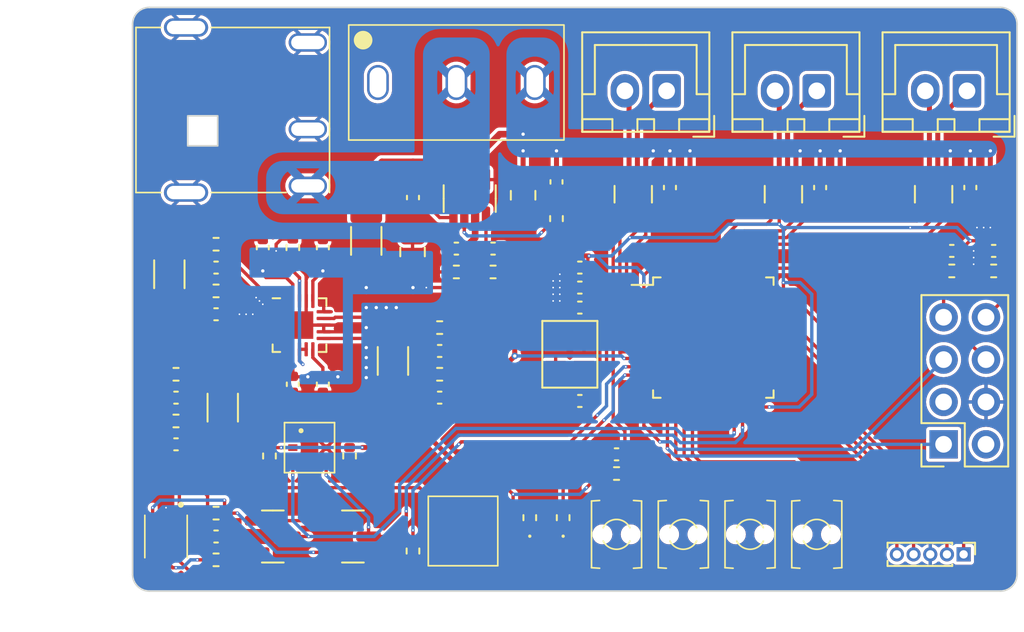
<source format=kicad_pcb>
(kicad_pcb (version 20221018) (generator pcbnew)
  (layers (0 "F.Cu" signal) (31 "B.Cu" signal) (34 "B.Paste" user) (35 "F.Paste" user) (36 "B.SilkS" user "B.Silkscreen") (37 "F.SilkS" user "F.Silkscreen") (38 "B.Mask" user) (39 "F.Mask" user) (44 "Edge.Cuts" user))
  (net 0 "")
  (net 1 "+3V3")
  (net 2 "GND")
  (net 3 "/RESET")
  (net 4 "Net-(U1-PD0)")
  (net 5 "Net-(U1-PD1)")
  (net 6 "+12V")
  (net 7 "+5V")
  (net 8 "+1V8")
  (net 9 "+2V5")
  (net 10 "Net-(D1-K)")
  (net 11 "Net-(D2-K)")
  (net 12 "/ESP_RX")
  (net 15 "/ESP_TX")
  (net 16 "Net-(J1-Pin_6)")
  (net 17 "Net-(J1-Pin_7)")
  (net 18 "/SWDIO")
  (net 19 "/SWCLK")
  (net 20 "/USART1_TX")
  (net 21 "/USART1_RX")
  (net 22 "Net-(J3-Pad1)")
  (net 23 "Net-(J4-Pin_1)")
  (net 24 "Net-(J4-Pin_2)")
  (net 25 "Net-(J5-Pin_1)")
  (net 26 "Net-(J5-Pin_2)")
  (net 27 "Net-(J6-Pin_1)")
  (net 28 "Net-(J6-Pin_2)")
  (net 29 "/传感器模块/SCL1V8")
  (net 30 "/SCL")
  (net 31 "/传感器模块/SDA1V8")
  (net 32 "/SDA")
  (net 33 "/LED0")
  (net 34 "/ADC")
  (net 35 "/KEY0")
  (net 36 "/KEY1")
  (net 37 "/KEY2")
  (net 39 "/ASLEEP")
  (net 40 "/APH")
  (net 48 "/AEN")
  (net 49 "/BSLEEP")
  (net 50 "/BEN")
  (net 51 "/CSLEEP")
  (net 52 "/CEN")
  (net 54 "Net-(U2-FB1)")
  (net 55 "Net-(U2-FB2)")
  (net 56 "Net-(U2-LX3)")
  (net 57 "Net-(U3-VCC)")
  (net 58 "Net-(U3-BST)")
  (net 59 "Net-(U3-SW)")
  (net 60 "Net-(U3-FB)")
  (net 61 "Net-(U2-LX1)")
  (net 62 "Net-(U2-LX2)")
  (net 63 "Net-(U2-FB3)")
  (net 64 "Net-(U2-EN1)")
  (net 65 "Net-(U3-EN{slash}SYNC)")
  (footprint "Capacitor_SMD:C_0402_1005Metric" (layer "F.Cu") (at 118.4 123.4)
    (fp_text reference "C8" hide)
    (fp_text value "10uF")
  )
  (footprint "Package_SON:WSON-8-1EP_2x2mm_P0.5mm_EP0.9x1.6mm" (layer "F.Cu") (at 139 111.2 -90)
    (fp_text reference "U5" hide)
    (fp_text value "DRV8820DSG")
  )
  (footprint "Connector_JST:JST_XH_B2B-XH-A_1x02_P2.50mm_Vertical" (layer "F.Cu") (at 141 105 180)
    (fp_text reference "J5" hide)
    (fp_text value "Conn_01x02")
  )
  (footprint "Package_QFP:LQFP-48_7x7mm_P0.5mm" (layer "F.Cu") (at 134.8 119.8)
    (fp_text reference "U1" hide)
    (fp_text value "STM32F103C8Tx")
  )
  (footprint "Resistor_SMD:R_0402_1005Metric" (layer "F.Cu") (at 118.4 119.2)
    (fp_text reference "R7" hide)
    (fp_text value "110K")
  )
  (footprint "Capacitor_SMD:C_0402_1005Metric" (layer "F.Cu") (at 125.4 110.4625 -90)
    (fp_text reference "C19" hide)
    (fp_text value "104")
  )
  (footprint "Capacitor_SMD:C_0201_0603Metric" (layer "F.Cu") (at 151.4 110.6 -90)
    (fp_text reference "C26" hide)
    (fp_text value "10uF")
  )
  (footprint "Resistor_SMD:R_0402_1005Metric" (layer "F.Cu") (at 108.2 126.9 -90)
    (fp_text reference "R16" hide)
    (fp_text value "4.7K")
  )
  (footprint "LED_SMD:LED_0402_1005Metric" (layer "F.Cu") (at 123.8 132.8 -90)
    (fp_text reference "D1" hide)
    (fp_text value "RED")
  )
  (footprint "Capacitor_SMD:C_0402_1005Metric" (layer "F.Cu") (at 105 131.7285)
    (fp_text reference "C30" hide)
    (fp_text value "104")
  )
  (footprint "Capacitor_SMD:C_0805_2012Metric" (layer "F.Cu") (at 116.775 114.6625 90)
    (fp_text reference "C23" hide)
    (fp_text value "22uF")
  )
  (footprint "Capacitor_SMD:C_0402_1005Metric" (layer "F.Cu") (at 151.6 114.6 180)
    (fp_text reference "C2" hide)
    (fp_text value "104")
  )
  (footprint "Button_Switch_SMD:SW_XKB_TS-1185-B-A-B-A" (layer "F.Cu") (at 129 131.6 90)
    (fp_text reference "SW4" hide)
    (fp_text value "SW_Push")
  )
  (footprint "Resistor_SMD:R_0402_1005Metric" (layer "F.Cu") (at 105 114.2)
    (fp_text reference "R11" hide)
    (fp_text value "100K")
  )
  (footprint "Sensor:MEMS气体传感器" (layer "F.Cu") (at 119.8 131.4)
    (fp_text reference "U9" hide)
    (fp_text value "Sensor")
  )
  (footprint "Package_DFN_QFN:QFN-20-1EP_3x3mm_P0.4mm_EP1.65x1.65mm" (layer "F.Cu") (at 110 119.05)
    (fp_text reference "U2" hide)
    (fp_text value "EA3036C")
  )
  (footprint "Capacitor_SMD:C_0402_1005Metric" (layer "F.Cu") (at 129 126.8 180)
    (fp_text reference "C3" hide)
    (fp_text value "104")
  )
  (footprint "Capacitor_SMD:C_0402_1005Metric" (layer "F.Cu") (at 126.8 116.8 180)
    (fp_text reference "C4" hide)
    (fp_text value "10uF")
  )
  (footprint "Package_TO_SOT_SMD:TSOT-23-8" (layer "F.Cu") (at 120.2 111.4625 -90)
    (fp_text reference "U3" hide)
    (fp_text value "MP2225GJ")
  )
  (footprint "LED_SMD:LED_0402_1005Metric" (layer "F.Cu") (at 125.8 132.8 -90)
    (fp_text reference "D2" hide)
    (fp_text value "BLUE")
  )
  (footprint "Package_TO_SOT_SMD:SOT-23" (layer "F.Cu") (at 113.2 131.7285)
    (fp_text reference "Q2" hide)
    (fp_text value "AO3400A")
  )
  (footprint "Capacitor_SMD:C_0402_1005Metric" (layer "F.Cu") (at 109.6 122.6 -90)
    (fp_text reference "C16" hide)
    (fp_text value "10uF")
  )
  (footprint "Inductor_SMD:L_1206_3216Metric" (layer "F.Cu") (at 114 114 -90)
    (fp_text reference "L4" hide)
    (fp_text value "4.7uH")
  )
  (footprint "Capacitor_SMD:C_0402_1005Metric" (layer "F.Cu") (at 119.4 114.4625)
    (fp_text reference "C20" hide)
    (fp_text value "104")
  )
  (footprint "Package_TO_SOT_SMD:SOT-23" (layer "F.Cu") (at 108.4 131.7285)
    (fp_text reference "Q1" hide)
    (fp_text value "AO3400A")
  )
  (footprint "Resistor_SMD:R_0402_1005Metric" (layer "F.Cu") (at 149.09 115.8 180)
    (fp_text reference "R1" hide)
    (fp_text value "10K")
  )
  (footprint "Resistor_SMD:R_0402_1005Metric" (layer "F.Cu") (at 102.6 122 180)
    (fp_text reference "R9" hide)
    (fp_text value "150K")
  )
  (footprint "Capacitor_SMD:C_0402_1005Metric" (layer "F.Cu") (at 111.4 114.4 90)
    (fp_text reference "C15" hide)
    (fp_text value "1uF")
  )
  (footprint "Resistor_SMD:R_0402_1005Metric" (layer "F.Cu") (at 113 126.9 -90)
    (fp_text reference "R17" hide)
    (fp_text value "4.7K")
  )
  (footprint "Sensor:SGP30" (layer "F.Cu") (at 102 131.7285 -90)
    (fp_text reference "U8" hide)
    (fp_text value "SGP30")
  )
  (footprint "Resistor_SMD:R_0402_1005Metric" (layer "F.Cu") (at 105 133.1285)
    (fp_text reference "R20" hide)
    (fp_text value "4.7K")
  )
  (footprint "Button_Switch_SMD:SW_XKB_TS-1185-B-A-B-A" (layer "F.Cu") (at 137 131.6 90)
    (fp_text reference "SW2" hide)
    (fp_text value "SW_Push")
  )
  (footprint "Capacitor_SMD:C_0402_1005Metric" (layer "F.Cu") (at 107.8 114.4 90)
    (fp_text reference "C18" hide)
    (fp_text value "10uF")
  )
  (footprint "Button_Switch_SMD:SW_XKB_TS-1185-B-A-B-A" (layer "F.Cu") (at 133 131.6 90)
    (fp_text reference "SW3" hide)
    (fp_text value "SW_Push")
  )
  (footprint "Resistor_SMD:R_0402_1005Metric" (layer "F.Cu") (at 118.4 122)
    (fp_text reference "R6" hide)
    (fp_text value "510K")
  )
  (footprint "Capacitor_SMD:C_0402_1005Metric" (layer "F.Cu") (at 141.2 110.8 -90)
    (fp_text reference "C28" hide)
    (fp_text value "104")
  )
  (footprint "Capacitor_SMD:C_0402_1005Metric" (layer "F.Cu") (at 116.8 111.4 90)
    (fp_text reference "C21" hide)
    (fp_text value "104")
  )
  (footprint "Capacitor_SMD:C_0402_1005Metric" (layer "F.Cu") (at 150.2 110.8 -90)
    (fp_text reference "C29" hide)
    (fp_text value "104")
  )
  (footprint "Connector_PinSocket_2.54mm:PinSocket_2x04_P2.54mm_Vertical" (layer "F.Cu") (at 148.6 126.2 180)
    (fp_text reference "J1" hide)
    (fp_text value "ESP8266")
  )
  (footprint "Connector_PinHeader_1.00mm:PinHeader_1x05_P1.00mm_Vertical" (layer "F.Cu") (at 149.8 132.8 -90)
    (fp_text reference "J2" hide)
    (fp_text value "Conn_01x05")
  )
  (footprint "Resistor_SMD:R_0402_1005Metric" (layer "F.Cu") (at 121.6 115.8625 180)
    (fp_text reference "R14" hide)
    (fp_text value "40.2K")
  )
  (footprint "Capacitor_SMD:C_0402_1005Metric" (layer "F.Cu") (at 126.8 123.6 180)
    (fp_text reference "C7" hide)
    (fp_text value "33pF")
  )
  (footprint "Resistor_SMD:R_0402_1005Metric" (layer "F.Cu") (at 125.4 112.6625 -90)
    (fp_text reference "R13" hide)
    (fp_text value "100K")
  )
  (footprint "Capacitor_SMD:C_0402_1005Metric" (layer "F.Cu") (at 126.8 115.6 180)
    (fp_text reference "C6" hide)
    (fp_text value "104")
  )
  (footprint "Resistor_SMD:R_0402_1005Metric" (layer "F.Cu") (at 116.8 132.6 -90)
    (fp_text reference "R19" hide)
    (fp_text value "1M")
  )
  (footprint "Capacitor_SMD:C_0402_1005Metric" (layer "F.Cu") (at 126.8 118 180)
    (fp_text reference "C5" hide)
    (fp_text value "33pF")
  )
  (footprint "Capacitor_SMD:C_0402_1005Metric" (layer "F.Cu") (at 102.6 123.4 180)
    (fp_text reference "C12" hide)
    (fp_text value "220pF")
  )
  (footprint "Resistor_SMD:R_0402_1005Metric" (layer "F.Cu") (at 119.4 115.8625 180)
    (fp_text reference "R15" hide)
    (fp_text value "5.49K")
  )
  (footprint "Button_Switch_SMD:SW_XKB_TS-1185-B-A-B-A" (layer "F.Cu") (at 141 131.6 90)
    (fp_text reference "SW1" hide)
    (fp_text value "SW_Push")
  )
  (footprint "Crystal:Crystal_SMD_3225-4Pin_3.2x2.5mm" (layer "F.Cu") (at 126.2 120.8 -90)
    (fp_text reference "Y1" hide)
    (fp_text value "8MHz")
  )
  (footprint "Resistor_SMD:R_0402_1005Metric" (layer "F.Cu") (at 125.8 130.6 90)
    (fp_text reference "R4" hide)
    (fp_text value "10K")
  )
  (footprint "Capacitor_SMD:C_0402_1005Metric" (layer "F.Cu") (at 105 115.6)
    (fp_text reference "C13" hide)
    (fp_text value "220pF")
  )
  (footprint "Capacitor_SMD:C_0402_1005Metric" (layer "F.Cu") (at 132.2 110.8 -90)
    (fp_text reference "C27" hide)
    (fp_text value "104")
  )
  (footprint "Resistor_SMD:R_0402_1005Metric" (layer "F.Cu") (at 123.8 130.6 90)
    (fp_text reference "R3" hide)
    (fp_text value "10K")
  )
  (footprint "Resistor_SMD:R_0402_1005Metric" (layer "F.Cu") (at 129 127.952)
    (fp_text reference "R5" hide)
    (fp_text value "10K")
  )
  (footprint "Inductor_SMD:L_1206_3216Metric" (layer "F.Cu") (at 115.6 121.2 90)
    (fp_text reference "L1" hide)
    (fp_text value "1.5uH")
  )
  (footprint "Package_SON:WSON-8-1EP_2x2mm_P0.5mm_EP0.9x1.6mm" (layer "F.Cu") (at 130 111.2 -90)
    (fp_text reference "U4" hide)
    (fp_text value "DRV8820DSG")
  )
  (footprint "Resistor_SMD:R_0402_1005Metric" (layer "F.Cu") (at 105 130.3285)
    (fp_text reference "R18" hide)
    (fp_text value "4.7K")
  )
  (footprint "Connector_JST:JST_XH_B2B-XH-A_1x02_P2.50mm_Vertical" (layer "F.Cu") (at 132 105 180)
    (fp_text reference "J4" hide)
    (fp_text value "Conn_01x02")
  )
  (footprint "Package_SON:WSON-8-1EP_2x2mm_P0.5mm_EP0.9x1.6mm" (layer "F.Cu") (at 148 111.2 -90)
    (fp_text reference "U6" hide)
    (fp_text value "DRV8820DSG")
  )
  (footprint "Capacitor_SMD:C_0402_1005Metric" (layer "F.Cu") (at 121.6 114.4625 180)
    (fp_text reference "C22" hide)
    (fp_text value "33pF")
  )
  (footprint "Inductor_SMD:L_1206_3216Metric" (layer "F.Cu") (at 105.4 124 90)
    (fp_text reference "L2" hide)
    (fp_text value "1.5uH")
  )
  (footprint "Capacitor_SMD:C_0402_1005Metric" (layer "F.Cu") (at 105 118.4)
    (fp_text reference "C10" hide)
    (fp_text value "10uF")
  )
  (footprint "Connector_JST:JST_XH_B2B-XH-A_1x02_P2.50mm_Vertical" (layer "F.Cu") (at 150 105 180)
    (fp_text reference "J6" hide)
    (fp_text value "Conn_01x02")
  )
  (footprint "Capacitor_SMD:C_0402_1005Metric" (layer "F.Cu") (at 149.09 114.6 180)
    (fp_text reference "C1" hide)
    (fp_text value "10uF")
  )
  (footprint "Capacitor_SMD:C_0201_0603Metric" (layer "F.Cu") (at 133.4 110.6 -90)
    (fp_text reference "C24" hide)
    (fp_text value "10uF")
  )
  (footprint "Capacitor_SMD:C_0402_1005Metric" (layer "F.Cu") (at 102.6 126.2 180)
    (fp_text reference "C9" hide)
    (fp_text value "10uF")
  )
  (footprint "Capacitor_SMD:C_0805_2012Metric" (layer "F.Cu") (at 123.4 111.2625 -90)
    (fp_text reference "C17" hide)
    (fp_text value "22uF")
  )
  (footprint "Connector_BarrelJack:BarrelJack_XKB_DC-044A-2.5A-2.5" (layer "F.Cu") (at 104.2 107.4)
    (fp_text reference "J3" hide)
    (fp_text value "Barrel_Jack_Switch_MountingPin")
    (fp_rect (start -0.9 -0.9) (end 0.9 0.9) (stroke (width 0.1)) (fill none) (layer "Edge.Cuts"))
  )
  (footprint "Resistor_SMD:R_0402_1005Metric" (layer "F.Cu") (at 151.6 115.8 180)
    (fp_text reference "R2" hide)
    (fp_text value "10K")
  )
  (footprint "Button_Switch_THT:SW_XKB_SS-12D10L5" (layer "F.Cu") (at 119.4 104.5)
    (fp_text reference "SW5" hide)
    (fp_text value "~")
  )
  (footprint "Resistor_SMD:R_0402_1005Metric" (layer "F.Cu") (at 102.6 124.8 180)
    (fp_text reference "R8" hide)
    (fp_text value "470K")
  )
  (footprint "Capacitor_SMD:C_0402_1005Metric" (layer "F.Cu") (at 118.4 120.6)
    (fp_text reference "C11" hide)
    (fp_text value "220pF")
  )
  (footprint "Capacitor_SMD:C_0201_0603Metric" (layer "F.Cu") (at 142.4 110.6 -90)
    (fp_text reference "C25" hide)
    (fp_text value "10uF")
  )
  (footprint "Capacitor_SMD:C_0402_1005Metric" (layer "F.Cu") (at 111.4 122.6 -90)
    (fp_text reference "C14" hide)
    (fp_text value "10uF")
  )
  (footprint "Resistor_SMD:R_0402_1005Metric" (layer "F.Cu") (at 105 117)
    (fp_text reference "R10" hide)
    (fp_text value "200K")
  )
  (footprint "Resistor_SMD:R_0402_1005Metric" (layer "F.Cu") (at 109.6 114.4 -90)
    (fp_text reference "R12" hide)
    (fp_text value "100K")
  )
  (footprint "Sensor:AHT20" (layer "F.Cu") (at 110.6 126.4)
    (fp_text reference "U7" hide)
    (fp_text value "AHT20")
  )
  (footprint "Inductor_SMD:L_1206_3216Metric" (layer "F.Cu") (at 102.2 116 90)
    (fp_text reference "L3" hide)
    (fp_text value "1.5uH")
  )
  (gr_arc (start 153 134) (mid 152.707106 134.707106) (end 152 135) (stroke (width 0.1)) (layer "Edge.Cuts"))
  (gr_line (start 100 101) (end 100 134) (stroke (width 0.1)) (layer "Edge.Cuts"))
  (gr_arc (start 101 135) (mid 100.292894 134.707107) (end 100 134) (stroke (width 0.1)) (layer "Edge.Cuts"))
  (gr_arc (start 152 100) (mid 152.707106 100.292893) (end 153 101) (stroke (width 0.1)) (layer "Edge.Cuts"))
  (gr_arc (start 100 101) (mid 100.292893 100.292894) (end 101 100) (stroke (width 0.1)) (layer "Edge.Cuts"))
  (gr_line (start 152 100) (end 101 100) (stroke (width 0.1)) (layer "Edge.Cuts"))
  (gr_line (start 101 134.999998) (end 152 134.999998) (stroke (width 0.1)) (layer "Edge.Cuts"))
  (gr_line (start 153 134) (end 153 101) (stroke (width 0.1)) (layer "Edge.Cuts"))
  (segment (start 117.4 123.4) (end 116.55 124.25) (width 0.2) (layer "F.Cu") (net 1))
  (segment (start 117.92 123.4) (end 117.4 123.4) (width 0.2) (layer "F.Cu") (net 1))
  (segment (start 130.6375 116.5375) (end 130.6375 116.0625) (width 0.2) (layer "F.Cu") (net 1))
  (segment (start 152.11 115.8) (end 152.11 114.63) (width 0.2) (layer "F.Cu") (net 1))
  (segment (start 116.55 124.25) (end 116.55 124.55) (width 0.2) (layer "F.Cu") (net 1))
  (segment (start 121.8 128.2) (end 122.8 129.2) (width 0.2) (layer "F.Cu") (net 1))
  (segment (start 130.6375 117.05) (end 130.6375 116.5375) (width 0.2) (layer "F.Cu") (net 1))
  (segment (start 121.05 130.15) (end 121.05 128.45) (width 0.2) (layer "F.Cu") (net 1))
  (segment (start 115.6 124.55) (end 115.6 125.8) (width 0.3) (layer "F.Cu") (net 1))
  (segment (start 117.675 125.675) (end 120.2 128.2) (width 0.3) (layer "F.Cu") (net 1))
  (segment (start 121.05 128.45) (end 120.8 128.2) (width 0.2) (layer "F.Cu") (net 1))
  (segment (start 130.6375 116.0625) (end 131.0625 115.6375) (width 0.2) (layer "F.Cu") (net 1))
  (segment (start 108.21 126.4) (end 108.2 126.39) (width 0.2) (layer "F.Cu") (net 1))
  (segment (start 125.3 114.9) (end 127.35 114.9) (width 0.3) (layer "F.Cu") (net 1))
  (segment (start 150.18 113.99) (end 151.47 113.99) (width 0.2) (layer "F.Cu") (net 1))
  (segment (start 130.25 113.35) (end 129.8 113.8) (width 0.2) (layer "F.Cu") (net 1))
  (segment (start 120.2 128.2) (end 120.8 128.2) (width 0.3) (layer "F.Cu") (net 1))
  (segment (start 149.57 114.6) (end 150.18 113.99) (width 0.2) (layer "F.Cu") (net 1))
  (segment (start 152.11 114.63) (end 152.08 114.6) (width 0.2) (layer "F.Cu") (net 1))
  (segment (start 115.6 122.775) (end 115.6 124.55) (width 0.3) (layer "F.Cu") (net 1))
  (segment (start 149.57 114.6) (end 149.57 115.77) (width 0.2) (layer "F.Cu") (net 1))
  (segment (start 115.6 124.55) (end 116.55 124.55) (width 0.3) (layer "F.Cu") (net 1))
  (segment (start 116.55 124.55) (end 117.675 125.675) (width 0.3) (layer "F.Cu") (net 1))
  (segment (start 138.75 112.15) (end 138.75 113.0005) (width 0.2) (layer "F.Cu") (net 1))
  (segment (start 115.6 125.8) (end 115.01 126.39) (width 0.3) (layer "F.Cu") (net 1))
  (segment (start 147.4 113.2) (end 146.6 113.2) (width 0.2) (layer "F.Cu") (net 1))
  (segment (start 138.1625 123.9625) (end 137.55 123.9625) (width 0.2) (layer "F.Cu") (net 1))
  (segment (start 109.6 126.4) (end 108.9 126.4) (width 0.2) (layer "F.Cu") (net 1))
  (segment (start 130.25 112.15) (end 130.25 113.35) (width 0.2) (layer "F.Cu") (net 1))
  (segment (start 122.8 129.2) (end 122.8 132.267861) (width 0.2) (layer "F.Cu") (net 1))
  (segment (start 118.125 125.675) (end 117.675 125.675) (width 0.3) (layer "F.Cu") (net 1))
  (segment (start 151.47 113.99) (end 152.08 114.6) (width 0.2) (layer "F.Cu") (net 1))
  (segment (start 120.8 128.2) (end 121.8 128.2) (width 0.3) (layer "F.Cu") (net 1))
  (segment (start 147.75 112.15) (end 148.25 112.15) (width 0.2) (layer "F.Cu") (net 1))
  (segment (start 152.11 117.61) (end 151.14 118.58) (width 0.2) (layer "F.Cu") (net 1))
  (segment (start 130.6375 121.05) (end 129.45 121.05) (width 0.2) (layer "F.Cu") (net 1))
  (segment (start 127.35 114.9) (end 127.28 114.97) (width 0.2) (layer "F.Cu") (net 1))
  (segment (start 152.11 115.8) (end 152.11 117.61) (width 0.2) (layer "F.Cu") (net 1))
  (segment (start 147.75 112.85) (end 147.4 113.2) (width 0.2) (layer "F.Cu") (net 1))
  (segment (start 127.28 116.8) (end 127.28 115.6) (width 0.2) (layer "F.Cu") (net 1))
  (segment (start 139 117.0125) (end 139 116.5) (width 0.2) (layer "F.Cu") (net 1))
  (segment (start 113.76 126.39) (end 113 126.39) (width 0.2) (layer "F.Cu") (net 1))
  (segment (start 122.8 132.267861) (end 123.817139 133.285) (width 0.2) (layer "F.Cu") (net 1))
  (segment (start 127.28 114.97) (end 127.28 115.6) (width 0.2) (layer "F.Cu") (net 1))
  (segment (start 128.048 127.952) (end 127.2 128.8) (width 0.2) (layer "F.Cu") (net 1))
  (segment (start 122.9 117.3) (end 125.3 114.9) (width 0.3) (layer "F.Cu") (net 1))
  (segment (start 115.01 126.39) (end 113.76 126.39) (width 0.3) (layer "F.Cu") (net 1))
  (segment (start 122.9 120.9) (end 118.125 125.675) (width 0.3) (layer "F.Cu") (net 1))
  (segment (start 131.0625 115.6375) (end 132.05 115.6375) (width 0.2) (layer "F.Cu") (net 1))
  (segment (start 122.9 120.9) (end 122.9 117.3) (width 0.3) (layer "F.Cu") (net 1))
  (segment (start 147.75 112.15) (end 147.75 112.85) (width 0.2) (layer "F.Cu") (net 1))
  (segment (start 128.49 127.952) (end 128.048 127.952) (width 0.2) (layer "F.Cu") (net 1))
  (segment (start 117.92 123.4) (end 117.92 120.6) (width 0.2) (layer "F.Cu") (net 1))
  (segment (start 149.57 115.77) (end 149.6 115.8) (width 0.2) (layer "F.Cu") (net 1))
  (segment (start 108.9 126.4) (end 108.21 126.4) (width 0.2) (layer "F.Cu") (net 1))
  (segment (start 138.75 112.15) (end 139.25 112.15) (width 0.2) (layer "F.Cu") (net 1))
  (segment (start 123.817139 133.285) (end 125.8 133.285) (width 0.2) (layer "F.Cu") (net 1))
  (segment (start 138.9625 117.05) (end 139 117.0125) (width 0.2) (layer "F.Cu") (net 1))
  (via (at 127.35 114.9) (size 0.2) (drill 0.1) (layers "F.Cu" "B.Cu") (net 1))
  (via (at 129.8 113.8) (size 0.2) (drill 0.1) (layers "F.Cu" "B.Cu") (net 1))
  (via (at 139 116.5) (size 0.2) (drill 0.1) (layers "F.Cu" "B.Cu") (net 1))
  (via (at 113.76 126.39) (size 0.2) (drill 0.1) (layers "F.Cu" "B.Cu") (net 1))
  (via (at 108.9 126.4) (size 0.2) (drill 0.1) (layers "F.Cu" "B.Cu") (net 1))
  (via (at 150.2 114) (size 0.2) (drill 0.1) (layers "F.Cu" "B.Cu") (net 1))
  (via (at 129.45 121.05) (size 0.2) (drill 0.1) (layers "F.Cu" "B.Cu") (net 1))
  (via (at 122.8 129.2) (size 0.2) (drill 0.1) (layers "F.Cu" "B.Cu") (net 1))
  (via (at 127.2 128.8) (size 0.2) (drill 0.1) (layers "F.Cu" "B.Cu") (net 1))
  (via (at 138.75 113.0005) (size 0.2) (drill 0.1) (layers "F.Cu" "B.Cu") (net 1))
  (via (at 138.1625 123.9625) (size 0.2) (drill 0.1) (layers "F.Cu" "B.Cu") (net 1))
  (via (at 122.9 120.9) (size 0.4) (drill 0.2) (layers "F.Cu" "B.Cu") (net 1))
  (via (at 130.6375 116.5375) (size 0.2) (drill 0.1) (layers "F.Cu" "B.Cu") (net 1))
  (via (at 146.6 113.2) (size 0.2) (drill 0.1) (layers "F.Cu" "B.Cu") (net 1))
  (segment (start 149.4 113.2) (end 150.2 114) (width 0.2) (layer "B.Cu") (net 1))
  (segment (start 113.76 126.39) (end 108.91 126.39) (width 0.2) (layer "B.Cu") (net 1))
  (segment (start 129.3 120.9) (end 122.9 120.9) (width 0.2) (layer "B.Cu") (net 1))
  (segment (start 138.75 113.0005) (end 139 113.2505) (width 0.2) (layer "B.Cu") (net 1))
  (segment (start 127.35 114.9) (end 128.7 114.9) (width 0.2) (layer "B.Cu") (net 1))
  (segment (start 130.2 115.6) (end 128.5 115.6) (width 0.2) (layer "B.Cu") (net 1))
  (segment (start 134.9 113.8) (end 129.8 113.8) (width 0.2) (layer "B.Cu") (net 1))
  (segment (start 129.45 121.05) (end 129.3 120.9) (width 0.2) (layer "B.Cu") (net 1))
  (segment (start 140.7 123.2) (end 140.7 117.2) (width 0.2) (layer "B.Cu") (net 1))
  (segment (start 128.5 115.6) (end 127.8 114.9) (width 0.2) (layer "B.Cu") (net 1))
  (segment (start 139 113.2505) (end 139 116.5) (width 0.2) (layer "B.Cu") (net 1))
  (segment (start 138.1625 123.9625) (end 139.9375 123.9625) (width 0.2) (layer "B.Cu") (net 1))
  (segment (start 140 116.5) (end 139 116.5) (width 0.2) (layer "B.Cu") (net 1))
  (segment (start 126.8 129.2) (end 127.2 128.8) (width 0.2) (layer "B.Cu") (net 1))
  (segment (start 140.7 117.2) (end 140 116.5) (width 0.2) (layer "B.Cu") (net 1))
  (segment (start 127.8 114.9) (end 127.35 114.9) (width 0.2) (layer "B.Cu") (net 1))
  (segment (start 122.8 129.2) (end 126.8 129.2) (width 0.2) (layer "B.Cu") (net 1))
  (segment (start 128.7 114.9) (end 129.8 113.8) (width 0.2) (layer "B.Cu") (net 1))
  (segment (start 139.9375 123.9625) (end 140.7 123.2) (width 0.2) (layer "B.Cu") (net 1))
  (segment (start 130.6375 116.0375) (end 130.2 115.6) (width 0.2) (layer "B.Cu") (net 1))
  (segment (start 138.9495 113.2) (end 138.75 113.0005) (width 0.2) (layer "B.Cu") (net 1))
  (segment (start 138.75 113.0005) (end 135.6995 113.0005) (width 0.2) (layer "B.Cu") (net 1))
  (segment (start 135.6995 113.0005) (end 134.9 113.8) (width 0.2) (layer "B.Cu") (net 1))
  (segment (start 146.6 113.2) (end 138.9495 113.2) (width 0.2) (layer "B.Cu") (net 1))
  (segment (start 130.6375 116.5375) (end 130.6375 116.0375) (width 0.2) (layer "B.Cu") (net 1))
  (segment (start 146.6 113.2) (end 149.4 113.2) (width 0.2) (layer "B.Cu") (net 1))
  (segment (start 102 130.5785) (end 102 130) (width 0.2) (layer "F.Cu") (net 2))
  (segment (start 110.4 118.65) (end 110.4 117.6) (width 0.2) (layer "F.Cu") (net 2))
  (segment (start 110 119.05) (end 110.4 118.65) (width 0.2) (layer "F.Cu") (net 2))
  (segment (start 108.55 118.25) (end 108.25 118.25) (width 0.2) (layer "F.Cu") (net 2))
  (segment (start 102 131.7285) (end 102 130.5785) (width 0.2) (layer "F.Cu") (net 2))
  (segment (start 108.25 118.25) (end 107.8 117.8) (width 0.2) (layer "F.Cu") (net 2))
  (via (at 150.4 114.6) (size 0.2) (drill 0.1) (layers "F.Cu" "B.Cu") (net 2))
  (via (at 107.2 118.4) (size 0.2) (drill 0.1) (layers "F.Cu" "B.Cu") (net 2))
  (via (at 114 119.2) (size 0.4) (drill 0.2) (layers "F.Cu" "B.Cu") (net 2))
  (via (at 106.4 118.4) (size 0.2) (drill 0.1) (layers "F.Cu" "B.Cu") (net 2))
  (via (at 125.2 117.2) (size 0.2) (drill 0.1) (layers "F.Cu" "B.Cu") (net 2))
  (via (at 114.6 118) (size 0.4) (drill 0.2) (layers "F.Cu" "B.Cu") (net 2))
  (via (at 125.2 116.8) (size 0.2) (drill 0.1) (layers "F.Cu" "B.Cu") (net 2))
  (via (at 115.8 118) (size 0.4) (drill 0.2) (layers "F.Cu" "B.Cu") (net 2))
  (via (at 114 121) (size 0.4) (drill 0.2) (layers "F.Cu" "B.Cu") (net 2))
  (via (at 102 130) (size 0.2) (drill 0.1) (layers "F.Cu" "B.Cu") (net 2))
  (via (at 115.2 118) (size 0.4) (drill 0.2) (layers "F.Cu" "B.Cu") (net 2))
  (via (at 125.6 117.2) (size 0.2) (drill 0.1) (layers "F.Cu" "B.Cu") (net 2))
  (via (at 150.6 113.2) (size 0.2) (drill 0.1) (layers "F.Cu" "B.Cu") (net 2))
  (via (at 106.8 118.4) (size 0.2) (drill 0.1) (layers "F.Cu" "B.Cu") (net 2))
  (via (at 150.4 115.4) (size 0.2) (drill 0.1) (layers "F.Cu" "B.Cu") (net 2))
  (via (at 107.6 117.6) (size 0.2) (drill 0.1) (layers "F.Cu" "B.Cu") (net 2))
  (via (at 151 113.2) (size 0.2) (drill 0.1) (layers "F.Cu" "B.Cu") (net 2))
  (via (at 107.4 117.4) (size 0.2) (drill 0.1) (layers "F.Cu" "B.Cu") (net 2))
  (via (at 114 118) (size 0.4) (drill 0.2) (layers "F.Cu" "B.Cu") (net 2))
  (via (at 151.4 113.2) (size 0.2) (drill 0.1) (layers "F.Cu" "B.Cu") (net 2))
  (via (at 125.2 116.4) (size 0.2) (drill 0.1) (layers "F.Cu" "B.Cu") (net 2))
  (via (at 114 120.4) (size 0.4) (drill 0.2) (layers "F.Cu" "B.Cu") (net 2))
  (via (at 114 121.6) (size 0.4) (drill 0.2) (layers "F.Cu" "B.Cu") (net 2))
  (via (at 125.6 117.6) (size 0.2) (drill 0.1) (layers "F.Cu" "B.Cu") (net 2))
  (via (at 107.8 117.8) (size 0.2) (drill 0.1) (layers "F.Cu" "B.Cu") (net 2))
  (via (at 150.4 115) (size 0.2) (drill 0.1) (layers "F.Cu" "B.Cu") (net 2))
  (via (at 114 122.2) (size 0.4) (drill 0.2) (layers "F.Cu" "B.Cu") (net 2))
  (via (at 125.6 116.4) (size 0.2) (drill 0.1) (layers "F.Cu" "B.Cu") (net 2))
  (via (at 125.6 116.8) (size 0.2) (drill 0.1) (layers "F.Cu" "B.Cu") (net 2))
  (via (at 125.6 116) (size 0.2) (drill 0.1) (layers "F.Cu" "B.Cu") (net 2))
  (via (at 125.2 117.6) (size 0.2) (drill 0.1) (layers "F.Cu" "B.Cu") (net 2))
  (segment (start 128.8 124.7) (end 129.5 125.4) (width 0.2) (layer "F.Cu") (net 3))
  (segment (start 128.8 120.4) (end 128.8 124.7) (width 0.2) (layer "F.Cu") (net 3))
  (segment (start 129 129.525) (end 129 128.462) (width 0.2) (layer "F.Cu") (net 3))
  (segment (start 129.5 127.942) (end 129.51 127.952) (width 0.2) (layer "F.Cu") (net 3))
  (segment (start 130.6375 120.05) (end 129.15 120.05) (width 0.2) (layer "F.Cu") (net 3))
  (segment (start 129 128.462) (end 129.51 127.952) (width 0.2) (layer "F.Cu") (net 3))
  (segment (start 129.5 125.4) (end 129.5 127.942) (width 0.2) (layer "F.Cu") (net 3))
  (segment (start 129.15 120.05) (end 128.8 120.4) (width 0.2) (layer "F.Cu") (net 3))
  (segment (start 129.55 119.05) (end 128.5 118) (width 0.2) (layer "F.Cu") (net 4))
  (segment (start 125.35 118.9) (end 125.6 118.65) (width 0.2) (layer "F.Cu") (net 4))
  (segment (start 127.28 118.42) (end 127.28 118) (width 0.2) (layer "F.Cu") (net 4))
  (segment (start 125.35 119.7) (end 125.35 118.9) (width 0.2) (layer "F.Cu") (net 4))
  (segment (start 125.6 118.65) (end 127.05 118.65) (width 0.2) (layer "F.Cu") (net 4))
  (segment (start 128.5 118) (end 127.28 118) (width 0.2) (layer "F.Cu") (net 4))
  (segment (start 130.6375 119.05) (end 129.55 119.05) (width 0.2) (layer "F.Cu") (net 4))
  (segment (start 127.05 118.65) (end 127.28 118.42) (width 0.2) (layer "F.Cu") (net 4))
  (segment (start 127.05 122.8) (end 127.28 123.03) (width 0.2) (layer "F.Cu") (net 5))
  (segment (start 127.05 121.9) (end 127.05 122.8) (width 0.2) (layer "F.Cu") (net 5))
  (segment (start 128.4 121.4) (end 127.9 121.9) (width 0.2) (layer "F.Cu") (net 5))
  (segment (start 127.28 123.03) (end 127.28 123.6) (width 0.2) (layer "F.Cu") (net 5))
  (segment (start 128.4 120.2) (end 128.4 121.4) (width 0.2) (layer "F.Cu") (net 5))
  (segment (start 130.6375 119.55) (end 129.05 119.55) (width 0.2) (layer "F.Cu") (net 5))
  (segment (start 129.05 119.55) (end 128.4 120.2) (width 0.2) (layer "F.Cu") (net 5))
  (segment (start 127.9 121.9) (end 127.05 121.9) (width 0.2) (layer "F.Cu") (net 5))
  (segment (start 130.75 109.05) (end 130.75 110.25) (width 0.3) (layer "F.Cu") (net 6))
  (segment (start 140 108.6) (end 139.75 108.85) (width 0.3) (layer "F.Cu") (net 6))
  (segment (start 142.4 108.6) (end 142.4 110.28) (width 0.3) (layer "F.Cu") (net 6))
  (segment (start 139.75 108.85) (end 139.75 110.25) (width 0.3) (layer "F.Cu") (net 6))
  (segment (start 150.2 108.6) (end 150.2 110.32) (width 0.3) (layer "F.Cu") (net 6))
  (segment (start 149 108.6) (end 148.75 108.85) (width 0.3) (layer "F.Cu") (net 6))
  (segment (start 148.75 108.85) (end 148.75 110.25) (width 0.3) (layer "F.Cu") (net 6))
  (segment (start 131.2 108.6) (end 130.75 109.05) (width 0.3) (layer "F.Cu") (net 6))
  (segment (start 122 107.6) (end 123.4 107.6) (width 0.4) (layer "F.Cu") (net 6))
  (segment (start 132.2 108.6) (end 132.2 110.32) (width 0.3) (layer "F.Cu") (net 6))
  (segment (start 126.01 111.5425) (end 126.01 110.5925) (width 0.2) (layer "F.Cu") (net 6))
  (segment (start 125.4 108.6) (end 125.4 109.9825) (width 0.3) (layer "F.Cu") (net 6))
  (segment (start 141.2 108.6) (end 141.2 110.32) (width 0.3) (layer "F.Cu") (net 6))
  (segment (start 151.4 108.6) (end 151.4 110.28) (width 0.3) (layer "F.Cu") (net 6))
  (segment (start 125.4 112.1525) (end 126.01 111.5425) (width 0.2) (layer "F.Cu") (net 6))
  (segment (start 133.4 108.6) (end 133.4 110.28) (width 0.3) (layer "F.Cu") (net 6))
  (segment (start 120.525 109.075) (end 122 107.6) (width 0.4) (layer "F.Cu") (net 6))
  (segment (start 120.525 110.325) (end 120.525 109.075) (width 0.4) (layer "F.Cu") (net 6))
  (segment (start 126.01 110.5925) (end 125.4 109.9825) (width 0.2) (layer "F.Cu") (net 6))
  (segment (start 123.4 108.6) (end 123.4 110.3125) (width 0.3) (layer "F.Cu") (net 6))
  (via (at 140 108.6) (size 0.4) (drill 0.2) (layers "F.Cu" "B.Cu") (net 6))
  (via (at 125.4 108.6) (size 0.4) (drill 0.2) (layers "F.Cu" "B.Cu") (net 6))
  (via (at 123.4 108.6) (size 0.4) (drill 0.2) (layers "F.Cu" "B.Cu") (net 6))
  (via (at 141.2 108.6) (size 0.4) (drill 0.2) (layers "F.Cu" "B.Cu") (net 6))
  (via (at 133.4 108.6) (size 0.4) (drill 0.2) (layers "F.Cu" "B.Cu") (net 6))
  (via (at 150.2 108.6) (size 0.4) (drill 0.2) (layers "F.Cu" "B.Cu") (net 6))
  (via (at 132.2 108.6) (size 0.4) (drill 0.2) (layers "F.Cu" "B.Cu") (net 6))
  (via (at 123.4 107.6) (size 0.4) (drill 0.2) (layers "F.Cu" "B.Cu") (net 6))
  (via (at 149 108.6) (size 0.4) (drill 0.2) (layers "F.Cu" "B.Cu") (net 6))
  (via (at 131.2 108.6) (size 0.4) (drill 0.2) (layers "F.Cu" "B.Cu") (net 6))
  (via (at 151.4 108.6) (size 0.4) (drill 0.2) (layers "F.Cu" "B.Cu") (net 6))
  (via (at 142.4 108.6) (size 0.4) (drill 0.2) (layers "F.Cu" "B.Cu") (net 6))
  (segment (start 110.8 117.6) (end 110.8 116.4) (width 0.2) (layer "F.Cu") (net 7))
  (segment (start 109.6 117.6) (end 109.6 116.6) (width 0.2) (layer "F.Cu") (net 7))
  (segment (start 121.8 116.8) (end 122.11 116.49) (width 0.2) (layer "F.Cu") (net 7))
  (segment (start 116.775 116.775) (end 116.8 116.8) (width 0.4) (layer "F.Cu") (net 7))
  (segment (start 108 116.2) (end 107.8 116) (width 0.2) (layer "F.Cu") (net 7))
  (segment (start 117.6 116.8) (end 121.8 116.8) (width 0.2) (layer "F.Cu") (net 7))
  (segment (start 109.6 116.6) (end 109.2 116.2) (width 0.2) (layer "F.Cu") (net 7))
  (segment (start 107.8 116) (end 107.8 115.8) (width 0.2) (layer "F.Cu") (net 7))
  (segment (start 116.775 115.6125) (end 116.775 116.775) (width 0.4) (layer "F.Cu") (net 7))
  (segment (start 109.6 122.12) (end 109.6 120.5) (width 0.2) (layer "F.Cu") (net 7))
  (segment (start 109.6 113.89) (end 108.91 113.89) (width 0.2) (layer "F.Cu") (net 7))
  (segment (start 110.8 116.4) (end 111.4 115.8) (width 0.2) (layer "F.Cu") (net 7))
  (segment (start 109.2 116.2) (end 108 116.2) (width 0.2) (layer "F.Cu") (net 7))
  (segment (start 111.43 122.15) (end 111.4 122.12) (width 0.2) (layer "F.Cu") (net 7))
  (segment (start 108.6 114.2) (end 108.6 114.6) (width 0.2) (layer "F.Cu") (net 7))
  (segment (start 108.91 113.89) (end 108.6 114.2) (width 0.2) (layer "F.Cu") (net 7))
  (segment (start 110.5 122.15) (end 109.63 122.15) (width 0.2) (layer "F.Cu") (net 7))
  (segment (start 107.8 114.88) (end 107.8 115.8) (width 0.4) (layer "F.Cu") (net 7))
  (segment (start 110.8 121) (end 110.8 120.5) (width 0.2) (layer "F.Cu") (net 7))
  (segment (start 111.4 121.6) (end 110.8 121) (width 0.2) (layer "F.Cu") (net 7))
  (segment (start 111.4 114.88) (end 111.4 115.8) (width 0.4) (layer "F.Cu") (net 7))
  (segment (start 112.3 122.15) (end 111.43 122.15) (width 0.2) (layer "F.Cu") (net 7))
  (segment (start 111.4 122.12) (end 111.4 121.6) (width 0.2) (layer "F.Cu") (net 7))
  (segment (start 109.63 122.15) (end 109.6 122.12) (width 0.2) (layer "F.Cu") (net 7))
  (segment (start 114 115.575) (end 114 116.8) (width 0.4) (layer "F.Cu") (net 7))
  (segment (start 122.11 115.8625) (end 122.11 114.4925) (width 0.2) (layer "F.Cu") (net 7))
  (segment (start 122.11 114.4925) (end 122.08 114.4625) (width 0.2) (layer "F.Cu") (net 7))
  (segment (start 122.11 116.49) (end 122.11 115.8625) (width 0.2) (layer "F.Cu") (net 7))
  (via (at 107.8 115.8) (size 0.4) (drill 0.2) (layers "F.Cu" "B.Cu") (net 7))
  (via (at 114 116.8) (size 0.4) (drill 0.2) (layers "F.Cu" "B.Cu") (net 7))
  (via (at 111.4 115.8) (size 0.4) (drill 0.2) (layers "F.Cu" "B.Cu") (net 7))
  (via (at 116.8 116.8) (size 0.4) (drill 0.2) (layers "F.Cu" "B.Cu") (net 7))
  (via (at 108.6 114.6) (size 0.2) (drill 0.1) (layers "F.Cu" "B.Cu") (net 7))
  (via (at 110.5 122.15) (size 0.4) (drill 0.2) (layers "F.Cu" "B.Cu") (net 7))
  (via (at 117.6 116.8) (size 0.2) (drill 0.1) (layers "F.Cu" "B.Cu") (net 7))
  (via (at 112.3 122.15) (size 0.4) (drill 0.2) (layers "F.Cu" "B.Cu") (net 7))
  (segment (start 102.2 117.575) (end 102.2 120) (width 0.2) (layer "F.Cu") (net 8))
  (segment (start 103.05 130.3285) (end 104.49 130.3285) (width 0.2) (layer "F.Cu") (net 8))
  (segment (start 101 127.012254) (end 102.8 128.812254) (width 0.2) (layer "F.Cu") (net 8))
  (segment (start 102.2 117.575) (end 103.915 117.575) (width 0.2) (layer "F.Cu") (net 8))
  (segment (start 112.2625 130.7785) (end 107.4625 130.7785) (width 0.2) (layer "F.Cu") (net 8))
  (segment (start 104.49 129.29) (end 104.012254 128.812254) (width 0.2) (layer "F.Cu") (net 8))
  (segment (start 103.612254 128.812254) (end 102.8 128.812254) (width 0.2) (layer "F.Cu") (net 8))
  (segment (start 103.915 117.575) (end 104.49 117) (width 0.2) (layer "F.Cu") (net 8))
  (segment (start 102 133.2) (end 102 132.8785) (width 0.2) (layer "F.Cu") (net 8))
  (segment (start 105.496254 128.812254) (end 103.612254 128.812254) (width 0.2) (layer "F.Cu") (net 8))
  (segment (start 104.49 133.1285) (end 104.49 129.29) (width 0.2) (layer "F.Cu") (net 8))
  (segment (start 102.4 133.6) (end 102 133.2) (width 0.2) (layer "F.Cu") (net 8))
  (segment (start 102.6 133.6) (end 102.4 133.6) (width 0.2) (layer "F.Cu") (net 8))
  (segment (start 102.8 130.5785) (end 103.05 130.3285) (width 0.2) (layer "F.Cu") (net 8))
  (segment (start 103.8715 133.1285) (end 104.49 133.1285) (width 0.2) (layer "F.Cu") (net 8))
  (segment (start 104.52 115.6) (end 104.52 118.4) (width 0.2) (layer "F.Cu") (net 8))
  (segment (start 102.2 120) (end 101 121.2) (width 0.2) (layer "F.Cu") (net 8))
  (segment (start 104.012254 128.812254) (end 103.612254 128.812254) (width 0.2) (layer "F.Cu") (net 8))
  (segment (start 104.49 131.6985) (end 104.52 131.7285) (width 0.2) (layer "F.Cu") (net 8))
  (segment (start 102.8 128.812254) (end 102.8 130.5785) (width 0.2) (layer "F.Cu") (net 8))
  (segment (start 107.4625 130.7785) (end 105.496254 128.812254) (width 0.2) (layer "F.Cu") (net 8))
  (segment (start 101 121.2) (end 101 127.012254) (width 0.2) (layer "F.Cu") (net 8))
  (via (at 103.8715 133.1285) (size 0.2) (drill 0.1) (layers "F.Cu" "B.Cu") (net 8))
  (via (at 102.6 133.6) (size 0.2) (drill 0.1) (layers "F.Cu" "B.Cu") (net 8))
  (segment (start 102.6 133.6) (end 103 133.6) (width 0.2) (layer "B.Cu") (net 8))
  (segment (start 103 133.6) (end 103.4715 133.1285) (width 0.2) (layer "B.Cu") (net 8))
  (segment (start 103.4715 133.1285) (end 103.8715 133.1285) (width 0.2) (layer "B.Cu") (net 8))
  (segment (start 103.885 125.575) (end 103.11 124.8) (width 0.2) (layer "F.Cu") (net 9))
  (segment (start 105.4 127) (end 107.2 128.8) (width 0.2) (layer "F.Cu") (net 9))
  (segment (start 105.4 125.575) (end 103.885 125.575) (width 0.2) (layer "F.Cu") (net 9))
  (segment (start 105.4 125.575) (end 105.4 127) (width 0.2) (layer "F.Cu") (net 9))
  (segment (start 107.2 128.8) (end 117.2 128.8) (width 0.2) (layer "F.Cu") (net 9))
  (segment (start 117.2 128.8) (end 118.55 130.15) (width 0.2) (layer "F.Cu") (net 9))
  (segment (start 103.08 123.4) (end 103.08 126.2) (width 0.2) (layer "F.Cu") (net 9))
  (segment (start 123.8 132.315) (end 123.8 131.11) (width 0.2) (layer "F.Cu") (net 10))
  (segment (start 125.8 132.315) (end 125.8 131.11) (width 0.2) (layer "F.Cu") (net 11))
  (segment (start 132.05 126.45) (end 132.05 123.9625) (width 0.2) (layer "F.Cu") (net 12))
  (segment (start 132.05025 126.45025) (end 132.05 126.45) (width 0.2) (layer "F.Cu") (net 12))
  (via (at 132.05025 126.45025) (size 0.2) (drill 0.1) (layers "F.Cu" "B.Cu") (net 12))
  (segment (start 143.385686 126.9) (end 144.085686 126.2) (width 0.2) (layer "B.Cu") (net 12))
  (segment (start 132.5 126.9) (end 143.385686 126.9) (width 0.2) (layer "B.Cu") (net 12))
  (segment (start 132.05025 126.45025) (end 132.5 126.9) (width 0.2) (layer "B.Cu") (net 12))
  (segment (start 144.085686 126.2) (end 148.6 126.2) (width 0.2) (layer "B.Cu") (net 12))
  (segment (start 130.6375 125.0875) (end 130.6375 122.55) (width 0.2) (layer "F.Cu") (net 15))
  (segment (start 131.60025 126.05025) (end 130.6375 125.0875) (width 0.2) (layer "F.Cu") (net 15))
  (via (at 131.60025 126.05025) (size 0.2) (drill 0.1) (layers "F.Cu" "B.Cu") (net 15))
  (segment (start 131.60025 126.05025) (end 132.215936 126.05025) (width 0.2) (layer "B.Cu") (net 15))
  (segment (start 132.665686 126.5) (end 143.22 126.5) (width 0.2) (layer "B.Cu") (net 15))
  (segment (start 143.22 126.5) (end 148.6 121.12) (width 0.2) (layer "B.Cu") (net 15))
  (segment (start 132.215936 126.05025) (end 132.665686 126.5) (width 0.2) (layer "B.Cu") (net 15))
  (segment (start 151.09 115.8) (end 149.99 116.9) (width 0.2) (layer "F.Cu") (net 16))
  (segment (start 149.99 119.97) (end 151.14 121.12) (width 0.2) (layer "F.Cu") (net 16))
  (segment (start 149.99 116.9) (end 149.99 119.97) (width 0.2) (layer "F.Cu") (net 16))
  (segment (start 148.6 118.58) (end 148.6 115.82) (width 0.2) (layer "F.Cu") (net 17))
  (segment (start 148.6 115.82) (end 148.58 115.8) (width 0.2) (layer "F.Cu") (net 17))
  (segment (start 138.9625 118.05) (end 140.25 118.05) (width 0.2) (layer "F.Cu") (net 18))
  (segment (start 142.6 120.4) (end 142.6 124.815686) (width 0.2) (layer "F.Cu") (net 18))
  (segment (start 142.6 124.815686) (end 148.8 131.015686) (width 0.2) (layer "F.Cu") (net 18))
  (segment (start 148.8 131.015686) (end 148.8 132.8) (width 0.2) (layer "F.Cu") (net 18))
  (segment (start 140.25 118.05) (end 142.6 120.4) (width 0.2) (layer "F.Cu") (net 18))
  (segment (start 149.8 131.45) (end 149.8 132.8) (width 0.2) (layer "F.Cu") (net 19))
  (segment (start 143 124.65) (end 149.8 131.45) (width 0.2) (layer "F.Cu") (net 19))
  (segment (start 137.55 115.6375) (end 140.8375 115.6375) (width 0.2) (layer "F.Cu") (net 19))
  (segment (start 143 117.8) (end 143 124.65) (width 0.2) (layer "F.Cu") (net 19))
  (segment (start 140.8375 115.6375) (end 143 117.8) (width 0.2) (layer "F.Cu") (net 19))
  (segment (start 141.8 121.8) (end 141.8 125.147058) (width 0.2) (layer "F.Cu") (net 20))
  (segment (start 138.9625 120.05) (end 140.05 120.05) (width 0.2) (layer "F.Cu") (net 20))
  (segment (start 141.8 125.147058) (end 145.8 129.147058) (width 0.2) (layer "F.Cu") (net 20))
  (segment (start 145.8 129.147058) (end 145.8 132.8) (width 0.2) (layer "F.Cu") (net 20))
  (segment (start 140.05 120.05) (end 141.8 121.8) (width 0.2) (layer "F.Cu") (net 20))
  (segment (start 138.9625 119.55) (end 140.15 119.55) (width 0.2) (layer "F.Cu") (net 21))
  (segment (start 142.2 121.6) (end 142.2 124.981372) (width 0.2) (layer "F.Cu") (net 21))
  (segment (start 142.2 124.981372) (end 146.8 129.581372) (width 0.2) (layer "F.Cu") (net 21))
  (segment (start 140.15 119.55) (end 142.2 121.6) (width 0.2) (layer "F.Cu") (net 21))
  (segment (start 146.8 129.581372) (end 146.8 132.8) (width 0.2) (layer "F.Cu") (net 21))
  (segment (start 130.25 106.75) (end 132 105) (width 0.3) (layer "F.Cu") (net 23))
  (segment (start 130.25 110.25) (end 130.25 106.75) (width 0.3) (layer "F.Cu") (net 23))
  (segment (start 129.75 105.25) (end 129.5 105) (width 0.3) (layer "F.Cu") (net 24))
  (segment (start 129.75 110.25) (end 129.75 105.25) (width 0.3) (layer "F.Cu") (net 24))
  (segment (start 139.25 110.25) (end 139.25 106.75) (width 0.3) (layer "F.Cu") (net 25))
  (segment (start 139.25 106.75) (end 141 105) (width 0.3) (layer "F.Cu") (net 25))
  (segment (start 138.75 110.25) (end 138.75 105.25) (width 0.3) (layer "F.Cu") (net 26))
  (segment (start 138.75 105.25) (end 138.5 105) (width 0.3) (layer "F.Cu") (net 26))
  (segment (start 148.25 110.25) (end 148.25 106.75) (width 0.3) (layer "F.Cu") (net 27))
  (segment (start 148.25 106.75) (end 150 105) (width 0.3) (layer "F.Cu") (net 27))
  (segment (start 147.75 105.25) (end 147.5 105) (width 0.3) (layer "F.Cu") (net 28))
  (segment (start 147.75 110.25) (end 147.75 105.25) (width 0.3) (layer "F.Cu") (net 28))
  (segment (start 102.8 133.2) (end 102.8 132.8785) (width 0.2) (layer "F.Cu") (net 29))
  (segment (start 105.96 132.6785) (end 105.51 133.1285) (width 0.2) (layer "F.Cu") (net 29))
  (segment (start 104.89 133.7485) (end 103.3485 133.7485) (width 0.2) (layer "F.Cu") (net 29))
  (segment (start 107.4625 132.6785) (end 105.96 132.6785) (width 0.2) (layer "F.Cu") (net 29))
  (segment (start 103.3485 133.7485) (end 102.8 133.2) (width 0.2) (layer "F.Cu") (net 29))
  (segment (start 105.51 133.1285) (end 104.89 133.7485) (width 0.2) (layer "F.Cu") (net 29))
  (segment (start 109.6 127.4) (end 109.6 128.05) (width 0.2) (layer "F.Cu") (net 30))
  (segment (start 110.55 131.7285) (end 109.3375 131.7285) (width 0.2) (layer "F.Cu") (net 30))
  (segment (start 136.05 123.9625) (end 136.05 125.5) (width 0.2) (layer "F.Cu") (net 30))
  (segment (start 109.59 127.41) (end 109.6 127.4) (width 0.2) (layer "F.Cu") (net 30))
  (segment (start 108.2 127.41) (end 109.59 127.41) (width 0.2) (layer "F.Cu") (net 30))
  (via (at 110.55 131.7285) (size 0.2) (drill 0.1) (layers "F.Cu" "B.Cu") (net 30))
  (via (at 136.05 125.5) (size 0.2) (drill 0.1) (layers "F.Cu" "B.Cu") (net 30))
  (via (at 109.6 128.05) (size 0.2) (drill 0.1) (layers "F.Cu" "B.Cu") (net 30))
  (segment (start 109.6 128.05) (end 109.6 130.7785) (width 0.2) (layer "B.Cu") (net 30))
  (segment (start 119.368311 125.250317) (end 132.547468 125.250317) (width 0.2) (layer "B.Cu") (net 30))
  (segment (start 132.547468 125.250317) (end 132.997151 125.7) (width 0.2) (layer "B.Cu") (net 30))
  (segment (start 116 130.2) (end 116 128.618628) (width 0.2) (layer "B.Cu") (net 30))
  (segment (start 136.05 125.6) (end 136.05 125.5) (width 0.2) (layer "B.Cu") (net 30))
  (segment (start 135.95 125.7) (end 136.05 125.6) (width 0.2) (layer "B.Cu") (net 30))
  (segment (start 116 128.618628) (end 119.368311 125.250317) (width 0.2) (layer "B.Cu") (net 30))
  (segment (start 109.6 130.7785) (end 110.55 131.7285) (width 0.2) (layer "B.Cu") (net 30))
  (segment (start 132.997151 125.7) (end 135.95 125.7) (width 0.2) (layer "B.Cu") (net 30))
  (segment (start 114.4715 131.7285) (end 116 130.2) (width 0.2) (layer "B.Cu") (net 30))
  (segment (start 110.55 131.7285) (end 114.4715 131.7285) (width 0.2) (layer "B.Cu") (net 30))
  (segment (start 110.8285 132.6785) (end 112.2625 132.6785) (width 0.2) (layer "F.Cu") (net 31))
  (segment (start 106.2785 130.3285) (end 105.51 130.3285) (width 0.2) (layer "F.Cu") (net 31))
  (segment (start 101.2 130.5785) (end 101.2 130) (width 0.2) (layer "F.Cu") (net 31))
  (segment (start 105.51 129.56) (end 105.51 130.3285) (width 0.2) (layer "F.Cu") (net 31))
  (segment (start 105.5 129.55) (end 105.51 129.56) (width 0.2) (layer "F.Cu") (net 31))
  (via (at 101.2 130) (size 0.2) (drill 0.1) (layers "F.Cu" "B.Cu") (net 31))
  (via (at 106.2785 130.3285) (size 0.2) (drill 0.1) (layers "F.Cu" "B.Cu") (net 31))
  (via (at 105.5 129.55) (size 0.2) (drill 0.1) (layers "F.Cu" "B.Cu") (net 31))
  (via (at 110.8285 132.6785) (size 0.2) (drill 0.1) (layers "F.Cu" "B.Cu") (net 31))
  (segment (start 101.65 129.55) (end 101.2 130) (width 0.2) (layer "B.Cu") (net 31))
  (segment (start 108.6285 132.6785) (end 110.8285 132.6785) (width 0.2) (layer "B.Cu") (net 31))
  (segment (start 106.2785 130.3285) (end 108.6285 132.6785) (width 0.2) (layer "B.Cu") (net 31))
  (segment (start 105.5 129.55) (end 101.65 129.55) (width 0.2) (layer "B.Cu") (net 31))
  (segment (start 111.6 127.4) (end 111.6 128.05) (width 0.2) (layer "F.Cu") (net 32))
  (segment (start 136.55 123.9625) (end 136.55 125.2) (width 0.2) (layer "F.Cu") (net 32))
  (segment (start 116.4 130.5) (end 115.1715 131.7285) (width 0.2) (layer "F.Cu") (net 32))
  (segment (start 116.4 130.2) (end 116.4 130.5) (width 0.2) (layer "F.Cu") (net 32))
  (segment (start 114.1375 131.7285) (end 114.1375 131.1625) (width 0.2) (layer "F.Cu") (net 32))
  (segment (start 112.99 127.4) (end 113 127.41) (width 0.2) (layer "F.Cu") (net 32))
  (segment (start 111.6 127.4) (end 112.99 127.4) (width 0.2) (layer "F.Cu") (net 32))
  (segment (start 115.1715 131.7285) (end 114.1375 131.7285) (width 0.2) (layer "F.Cu") (net 32))
  (via (at 116.4 130.2) (size 0.2) (drill 0.1) (layers "F.Cu" "B.Cu") (net 32))
  (via (at 114.1375 131.1625) (size 0.2) (drill 0.1) (layers "F.Cu" "B.Cu") (net 32))
  (via (at 136.55 125.2) (size 0.2) (drill 0.1) (layers "F.Cu" "B.Cu") (net 32))
  (via (at 111.6 128.05) (size 0.2) (drill 0.1) (layers "F.Cu" "B.Cu") (net 32))
  (segment (start 136.115686 126.1) (end 136.55 125.665686) (width 0.2) (layer "B.Cu") (net 32))
  (segment (start 114.1375 130.5875) (end 114.1375 131.1625) (width 0.2) (layer "B.Cu") (net 32))
  (segment (start 111.6 128.05) (end 114.1375 130.5875) (width 0.2) (layer "B.Cu") (net 32))
  (segment (start 136.55 125.665686) (end 136.55 125.2) (width 0.2) (layer "B.Cu") (net 32))
  (segment (start 119.533997 125.650317) (end 132.381783 125.650317) (width 0.2) (layer "B.Cu") (net 32))
  (segment (start 116.4 128.784315) (end 119.533997 125.650317) (width 0.2) (layer "B.Cu") (net 32))
  (segment (start 116.4 130.2) (end 116.4 128.784315) (width 0.2) (layer "B.Cu") (net 32))
  (segment (start 132.381783 125.650317) (end 132.831466 126.1) (width 0.2) (layer "B.Cu") (net 32))
  (segment (start 132.831466 126.1) (end 136.115686 126.1) (width 0.2) (layer "B.Cu") (net 32))
  (segment (start 130.6375 122.05) (end 129.5 122.05) (width 0.2) (layer "F.Cu") (net 33))
  (segment (start 128.25 124.75) (end 125.8 127.2) (width 0.2) (layer "F.Cu") (net 33))
  (segment (start 125.8 127.2) (end 125.8 130.09) (width 0.2) (layer "F.Cu") (net 33))
  (via (at 128.25 124.75) (size 0.2) (drill 0.1) (layers "F.Cu" "B.Cu") (net 33))
  (via (at 129.5 122.05) (size 0.2) (drill 0.1) (layers "F.Cu" "B.Cu") (net 33))
  (segment (start 129.5 122.05) (end 128.8 122.75) (width 0.2) (layer "B.Cu") (net 33))
  (segment (start 128.8 122.75) (end 128.8 124.2) (width 0.2) (layer "B.Cu") (net 33))
  (segment (start 128.8 124.2) (end 128.25 124.75) (width 0.2) (layer "B.Cu") (net 33))
  (segment (start 116.8 132.09) (end 116.8 131.35) (width 0.2) (layer "F.Cu") (net 34))
  (segment (start 127.85 124.45) (end 126.25 126.05) (width 0.2) (layer "F.Cu") (net 34))
  (segment (start 119.7 126.05) (end 119.55 126.2) (width 0.2) (layer "F.Cu") (net 34))
  (segment (start 126.25 126.05) (end 119.7 126.05) (width 0.2) (layer "F.Cu") (net 34))
  (segment (start 130.6375 121.55) (end 129.55 121.55) (width 0.2) (layer "F.Cu") (net 34))
  (segment (start 117.36 132.65) (end 116.8 132.09) (width 0.2) (layer "F.Cu") (net 34))
  (segment (start 118.55 132.65) (end 117.36 132.65) (width 0.2) (layer "F.Cu") (net 34))
  (via (at 119.55 126.2) (size 0.2) (drill 0.1) (layers "F.Cu" "B.Cu") (net 34))
  (via (at 116.8 131.35) (size 0.2) (drill 0.1) (layers "F.Cu" "B.Cu") (net 34))
  (via (at 127.85 124.45) (size 0.2) (drill 0.1) (layers "F.Cu" "B.Cu") (net 34))
  (via (at 129.55 121.55) (size 0.2) (drill 0.1) (layers "F.Cu" "B.Cu") (net 34))
  (segment (start 129.434314 121.55) (end 128.4 122.584315) (width 0.2) (layer "B.Cu") (net 34))
  (segment (start 128.4 123.9) (end 127.85 124.45) (width 0.2) (layer "B.Cu") (net 34))
  (segment (start 119.55 126.2) (end 116.8 128.95) (width 0.2) (layer "B.Cu") (net 34))
  (segment (start 128.4 122.584315) (end 128.4 123.9) (width 0.2) (layer "B.Cu") (net 34))
  (segment (start 116.8 128.95) (end 116.8 131.35) (width 0.2) (layer "B.Cu") (net 34))
  (segment (start 129.55 121.55) (end 129.434314 121.55) (width 0.2) (layer "B.Cu") (net 34))
  (segment (start 134.015686 127.25) (end 139.65 127.25) (width 0.2) (layer "F.Cu") (net 35))
  (segment (start 133.55 123.9625) (end 133.55 126.784314) (width 0.2) (layer "F.Cu") (net 35))
  (segment (start 141 128.6) (end 141 129.525) (width 0.2) (layer "F.Cu") (net 35))
  (segment (start 133.55 126.784314) (end 134.015686 127.25) (width 0.2) (layer "F.Cu") (net 35))
  (segment (start 139.65 127.25) (end 141 128.6) (width 0.2) (layer "F.Cu") (net 35))
  (segment (start 137 128.2) (end 137 129.525) (width 0.2) (layer "F.Cu") (net 36))
  (segment (start 133.05 126.85) (end 133.85 127.65) (width 0.2) (layer "F.Cu") (net 36))
  (segment (start 133.05 123.9625) (end 133.05 126.85) (width 0.2) (layer "F.Cu") (net 36))
  (segment (start 133.85 127.65) (end 136.45 127.65) (width 0.2) (layer "F.Cu") (net 36))
  (segment (start 136.45 127.65) (end 137 128.2) (width 0.2) (layer "F.Cu") (net 36))
  (segment (start 132.55 126.915686) (end 133 127.365686) (width 0.2) (layer "F.Cu") (net 37))
  (segment (start 133 127.365686) (end 133 129.525) (width 0.2) (layer "F.Cu") (net 37))
  (segment (start 132.55 123.9625) (end 132.55 126.915686) (width 0.2) (layer "F.Cu") (net 37))
  (segment (start 130.75 113.65) (end 130.75 112.15) (width 0.2) (layer "F.Cu") (net 39))
  (segment (start 129.6 114.8) (end 130.75 113.65) (width 0.2) (layer "F.Cu") (net 39))
  (segment (start 130.6375 117.55) (end 129.86967 117.55) (width 0.2) (layer "F.Cu") (net 39))
  (segment (start 129.6 117.28033) (end 129.6 114.8) (width 0.2) (layer "F.Cu") (net 39))
  (segment (start 129.86967 117.55) (end 129.6 117.28033) (width 0.2) (layer "F.Cu") (net 39))
  (segment (start 129.75 113.05) (end 129.75 112.15) (width 0.2) (layer "F.Cu") (net 40))
  (segment (start 129.2 117.446015) (end 129.2 113.6) (width 0.2) (layer "F.Cu") (net 40))
  (segment (start 129.2 113.6) (end 129.75 113.05) (width 0.2) (layer "F.Cu") (net 40))
  (segment (start 129.803985 118.05) (end 129.2 117.446015) (width 0.2) (layer "F.Cu") (net 40))
  (segment (start 130.6375 118.05) (end 129.803985 118.05) (width 0.2) (layer "F.Cu") (net 40))
  (segment (start 128.8 113.434314) (end 128.8 117.611701) (width 0.2) (layer "F.Cu") (net 48))
  (segment (start 129.25 112.15) (end 129.25 112.984314) (width 0.2) (layer "F.Cu") (net 48))
  (segment (start 129.25 112.984314) (end 128.8 113.434314) (width 0.2) (layer "F.Cu") (net 48))
  (segment (start 129.738299 118.55) (end 130.6375 118.55) (width 0.2) (layer "F.Cu") (net 48))
  (segment (start 128.8 117.611701) (end 129.738299 118.55) (width 0.2) (layer "F.Cu") (net 48))
  (segment (start 136.634315 113.4) (end 138.975 113.4) (width 0.2) (layer "F.Cu") (net 49))
  (segment (start 136.05 113.984315) (end 136.634315 113.4) (width 0.2) (layer "F.Cu") (net 49))
  (segment (start 138.975 113.4) (end 139.75 112.625) (width 0.2) (layer "F.Cu") (net 49))
  (segment (start 136.05 115.6375) (end 136.05 113.984315) (width 0.2) (layer "F.Cu") (net 49))
  (segment (start 139.75 112.625) (end 139.75 112.15) (width 0.2) (layer "F.Cu") (net 49))
  (segment (start 136.234314 113) (end 138 113) (width 0.2) (layer "F.Cu") (net 50))
  (segment (start 138.25 112.75) (end 138.25 112.15) (width 0.2) (layer "F.Cu") (net 50))
  (segment (start 135.55 113.684314) (end 136.234314 113) (width 0.2) (layer "F.Cu") (net 50))
  (segment (start 135.55 115.6375) (end 135.55 113.684314) (width 0.2) (layer "F.Cu") (net 50))
  (segment (start 138 113) (end 138.25 112.75) (width 0.2) (layer "F.Cu") (net 50))
  (segment (start 137.4 114.2) (end 137.05 114.55) (width 0.2) (layer "F.Cu") (net 51))
  (segment (start 139.365685 114.2) (end 137.4 114.2) (width 0.2) (layer "F.Cu") (net 51))
  (segment (start 148.75 112.55) (end 147.7 113.6) (width 0.2) (layer "F.Cu") (net 51))
  (segment (start 148.75 112.15) (end 148.75 112.55) (width 0.2) (layer "F.Cu") (net 51))
  (segment (start 137.05 114.55) (end 137.05 115.6375) (width 0.2) (layer "F.Cu") (net 51))
  (segment (start 139.965686 113.6) (end 139.365685 114.2) (width 0.2) (layer "F.Cu") (net 51))
  (segment (start 147.7 113.6) (end 139.965686 113.6) (width 0.2) (layer "F.Cu") (net 51))
  (segment (start 147.009314 112.8) (end 147.25 112.559314) (width 0.2) (layer "F.Cu") (net 52))
  (segment (start 139.2 113.8) (end 140.2 112.8) (width 0.2) (layer "F.Cu") (net 52))
  (segment (start 147.25 112.559314) (end 147.25 112.15) (width 0.2) (layer "F.Cu") (net 52))
  (segment (start 136.55 115.6375) (end 136.55 114.344149) (width 0.2) (layer "F.Cu") (net 52))
  (segment (start 137.094149 113.8) (end 139.2 113.8) (width 0.2) (layer "F.Cu") (net 52))
  (segment (start 140.2 112.8) (end 147.009314 112.8) (width 0.2) (layer "F.Cu") (net 52))
  (segment (start 136.55 114.344149) (end 137.094149 113.8) (width 0.2) (layer "F.Cu") (net 52))
  (segment (start 118.29 118.58) (end 112.139975 118.58) (width 0.2) (layer "F.Cu") (net 54))
  (segment (start 118.91 119.2) (end 118.91 122) (width 0.2) (layer "F.Cu") (net 54))
  (segment (start 112.139975 118.58) (end 112.069975 118.65) (width 0.2) (layer "F.Cu") (net 54))
  (segment (start 112.069975 118.65) (end 111.45 118.65) (width 0.2) (layer "F.Cu") (net 54))
  (segment (start 118.91 119.2) (end 118.29 118.58) (width 0.2) (layer "F.Cu") (net 54))
  (segment (start 108.55 119.05) (end 104.35 119.05) (width 0.2) (layer "F.Cu") (net 55))
  (segment (start 102.09 121.31) (end 102.09 122) (width 0.2) (layer "F.Cu") (net 55))
  (segment (start 102.09 122) (end 102.09 124.8) (width 0.2) (layer "F.Cu") (net 55))
  (segment (start 104.35 119.05) (end 102.09 121.31) (width 0.2) (layer "F.Cu") (net 55))
  (segment (start 109.2 117.6) (end 108.412254 117.6) (width 0.2) (layer "F.Cu") (net 56))
  (segment (start 103.225 113.4) (end 102.2 114.425) (width 0.2) (layer "F.Cu") (net 56))
  (segment (start 105.645183 113.4) (end 103.225 113.4) (width 0.2) (layer "F.Cu") (net 56))
  (segment (start 108.412254 117.6) (end 106.08 115.267746) (width 0.2) (layer "F.Cu") (net 56))
  (segment (start 106.08 113.834817) (end 105.645183 113.4) (width 0.2) (layer "F.Cu") (net 56))
  (segment (start 106.08 115.267746) (end 106.08 113.834817) (width 0.2) (layer "F.Cu") (net 56))
  (segment (start 120.525 112.6) (end 120.525 113.8175) (width 0.4) (layer "F.Cu") (net 57))
  (segment (start 120.525 113.8175) (end 119.88 114.4625) (width 0.4) (layer "F.Cu") (net 57))
  (segment (start 117.68 111.88) (end 116.8 111.88) (width 0.2) (layer "F.Cu") (net 58))
  (segment (start 119.225 112.6) (end 118.4 112.6) (width 0.2) (layer "F.Cu") (net 58))
  (segment (start 118.4 112.6) (end 117.68 111.88) (width 0.2) (layer "F.Cu") (net 58))
  (segment (start 114.9375 109.2625) (end 114 110.2) (width 0.4) (layer "F.Cu") (net 59))
  (segment (start 116.8 110.92) (end 116.8 110) (width 0.4) (layer "F.Cu") (net 59))
  (segment (start 119.875 109.570038) (end 119.567462 109.2625) (width 0.4) (layer "F.Cu") (net 59))
  (segment (start 117.6 109.2625) (end 116.8 109.2625) (width 0.4) (layer "F.Cu") (net 59))
  (segment (start 116.8 110) (end 117.5375 109.2625) (width 0.4) (layer "F.Cu") (net 59))
  (segment (start 119.567462 109.2625) (end 117.6 109.2625) (width 0.4) (layer "F.Cu") (net 59))
  (segment (start 114 110.2) (end 114 112.425) (width 0.4) (layer "F.Cu") (net 59))
  (segment (start 116.8 109.2625) (end 114.9375 109.2625) (width 0.4) (layer "F.Cu") (net 59))
  (segment (start 119.875 110.325) (end 119.875 109.570038) (width 0.4) (layer "F.Cu") (net 59))
  (segment (start 117.5375 109.2625) (end 117.6 109.2625) (width 0.4) (layer "F.Cu") (net 59))
  (segment (start 121.12 115.8325) (end 121.09 115.8625) (width 0.2) (layer "F.Cu") (net 60))
  (segment (start 119.91 115.8625) (end 121.09 115.8625) (width 0.2) (layer "F.Cu") (net 60))
  (segment (start 121.12 114.4625) (end 121.12 115.8325) (width 0.2) (layer "F.Cu") (net 60))
  (segment (start 121.175 114.4075) (end 121.12 114.4625) (width 0.2) (layer "F.Cu") (net 60))
  (segment (start 121.175 112.6) (end 121.175 114.4075) (width 0.2) (layer "F.Cu") (net 60))
  (segment (start 115.375 119.85) (end 115.6 119.625) (width 0.2) (layer "F.Cu") (net 61))
  (segment (start 111.45 119.85) (end 115.375 119.85) (width 0.2) (layer "F.Cu") (net 61))
  (segment (start 109.2 120.5) (end 109.2 121.2) (width 0.2) (layer "F.Cu") (net 62))
  (segment (start 109.2 121.2) (end 107.975 122.425) (width 0.2) (layer "F.Cu") (net 62))
  (segment (start 107.975 122.425) (end 105.4 122.425) (width 0.2) (layer "F.Cu") (net 62))
  (segment (start 106.380025 117) (end 105.51 117) (width 0.2) (layer "F.Cu") (net 63))
  (segment (start 105.51 117) (end 105.51 114.2) (width 0.2) (layer "F.Cu") (net 63))
  (segment (start 108.55 118.65) (end 108.030025 118.65) (width 0.2) (layer "F.Cu") (net 63))
  (segment (start 108.030025 118.65) (end 106.380025 117) (width 0.2) (layer "F.Cu") (net 63))
  (segment (start 110 117.6) (end 110 116.4) (width 0.2) (layer "F.Cu") (net 64))
  (segment (start 109.6 115.8) (end 109.6 114.91) (width 0.2) (layer "F.Cu") (net 64))
  (segment (start 110 116.2) (end 109.6 115.8) (width 0.2) (layer "F.Cu") (net 64))
  (segment (start 110 120.5) (end 110.4 120.5) (width 0.2) (layer "F.Cu") (net 64))
  (segment (start 110.2 121.4) (end 110 121.2) (width 0.2) (layer "F.Cu") (net 64))
  (segment (start 110 116.4) (end 110 116.2) (width 0.2) (layer "F.Cu") (net 64))
  (segment (start 110 121.2) (end 110 120.5) (width 0.2) (layer "F.Cu") (net 64))
  (via (at 110.2 121.4) (size 0.2) (drill 0.1) (layers "F.Cu" "B.Cu") (net 64))
  (via (at 110 116.4) (size 0.2) (drill 0.1) (layers "F.Cu" "B.Cu") (net 64))
  (segment (start 110 116.4) (end 110 121.2) (width 0.2) (layer "B.Cu") (net 64))
  (segment (start 110 121.2) (end 110.2 121.4) (width 0.2) (layer "B.Cu") (net 64))
  (segment (start 125.4 113.1725) (end 124.8275 113.1725) (width 0.2) (layer "F.Cu") (net 65))
  (segment (start 124.8275 113.1725) (end 124.5 113.5) (width 0.2) (layer "F.Cu") (net 65))
  (segment (start 119.875 112.6) (end 119.875 113.5) (width 0.2) (layer "F.Cu") (net 65))
  (via (at 124.5 113.5) (size 0.2) (drill 0.1) (layers "F.Cu" "B.Cu") (net 65))
  (via (at 119.875 113.5) (size 0.2) (drill 0.1) (layers "F.Cu" "B.Cu") (net 65))
  (segment (start 124.3 113.7) (end 120.075 113.7) (width 0.2) (layer "B.Cu") (net 65))
  (segment (start 120.075 113.7) (end 119.875 113.5) (width 0.2) (layer "B.Cu") (net 65))
  (segment (start 124.5 113.5) (end 124.3 113.7) (width 0.2) (layer "B.Cu") (net 65))
  (zone (net 2) (net_name "GND") (layers "F&B.Cu") (connect_pads (clearance 0.2)) (min_thickness 0.2) (fill yes (thermal_gap 0.2) (thermal_bridge_width 0.2))
    (polygon (pts (xy 100 100) (xy 153 100) (xy 153 135) (xy 100 135)))
  )
  (zone (net 7) (net_name "+5V") (layer "B.Cu") (priority 3) (connect_pads (clearance 0.5)) (min_thickness 0.25) (fill yes (thermal_gap 0.5) (thermal_bridge_width 0.5))
    (polygon (pts (xy 107 114.4) (xy 115.2 114.4) (xy 115.2 114.6) (xy 118 114.6) (xy 118 117.2) (xy 113.2 117.2) (xy 113.2 122.6) (xy 110 122.6) (xy 110 121.8) (xy 112.6 121.8) (xy 112.6 116.2) (xy 107 116.2)))
  )
  (zone (net 6) (net_name "+12V") (layer "B.Cu") (priority 2) (connect_pads thru_hole_only (clearance 0.5)) (min_thickness 0.25) (fill yes (thermal_gap 0.5) (thermal_bridge_width 0.5) (smoothing fillet) (radius 1))
    (polygon (pts (xy 122.4 101.8) (xy 122.4 109) (xy 151.8 109) (xy 151.8 108) (xy 125.6 107.8) (xy 125.6 101.8)))
  )
  (zone (net 22) (net_name "Net-(J3-Pad1)") (layer "B.Cu") (priority 1) (connect_pads (clearance 0.5)) (min_thickness 0.25) (fill yes (thermal_gap 0.5) (thermal_bridge_width 0.5) (smoothing fillet) (radius 1))
    (polygon (pts (xy 108 109.2) (xy 117.4 109.2) (xy 117.4 101.8) (xy 121.4 101.8) (xy 121.4 112.4) (xy 108 112.4)))
  )
)
</source>
